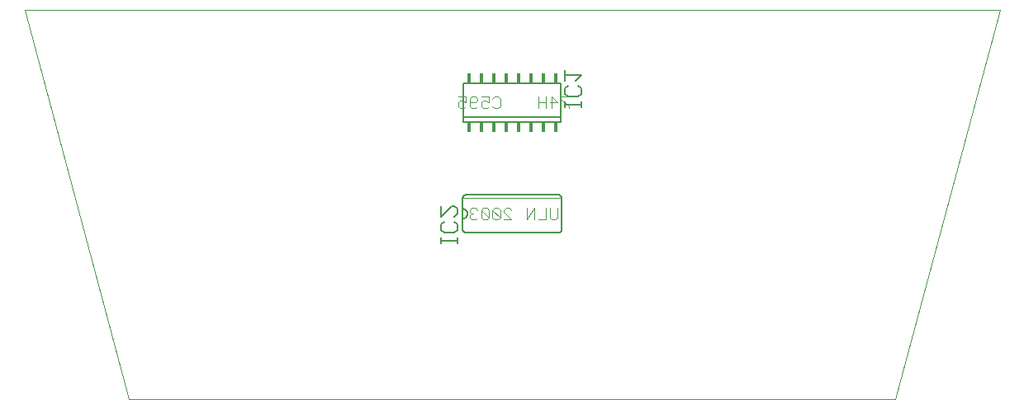
<source format=gbo>
G75*
%MOIN*%
%OFA0B0*%
%FSLAX24Y24*%
%IPPOS*%
%LPD*%
%AMOC8*
5,1,8,0,0,1.08239X$1,22.5*
%
%ADD10C,0.0000*%
%ADD11C,0.0060*%
%ADD12C,0.0040*%
%ADD13C,0.0050*%
%ADD14R,0.0157X0.0394*%
%ADD15C,0.0020*%
D10*
X015374Y006799D02*
X011142Y022547D01*
X050512Y022547D01*
X046280Y006799D01*
X015374Y006799D01*
D11*
X027972Y013110D02*
X027972Y013324D01*
X027972Y013217D02*
X028613Y013217D01*
X028613Y013110D02*
X028613Y013324D01*
X028506Y013540D02*
X028079Y013540D01*
X027972Y013646D01*
X027972Y013860D01*
X028079Y013967D01*
X027972Y014184D02*
X028399Y014611D01*
X028506Y014611D01*
X028613Y014505D01*
X028613Y014291D01*
X028506Y014184D01*
X028506Y013967D02*
X028613Y013860D01*
X028613Y013646D01*
X028506Y013540D01*
X028827Y013679D02*
X028827Y014919D01*
X028829Y014942D01*
X028834Y014965D01*
X028843Y014987D01*
X028856Y015007D01*
X028871Y015025D01*
X028889Y015040D01*
X028909Y015053D01*
X028931Y015062D01*
X028954Y015067D01*
X028977Y015069D01*
X032677Y015069D01*
X032700Y015067D01*
X032723Y015062D01*
X032745Y015053D01*
X032765Y015040D01*
X032783Y015025D01*
X032798Y015007D01*
X032811Y014987D01*
X032820Y014965D01*
X032825Y014942D01*
X032827Y014919D01*
X032827Y013679D01*
X032825Y013656D01*
X032820Y013633D01*
X032811Y013611D01*
X032798Y013591D01*
X032783Y013573D01*
X032765Y013558D01*
X032745Y013545D01*
X032723Y013536D01*
X032700Y013531D01*
X032677Y013529D01*
X028977Y013529D01*
X028954Y013531D01*
X028931Y013536D01*
X028909Y013545D01*
X028889Y013558D01*
X028871Y013573D01*
X028856Y013591D01*
X028843Y013611D01*
X028834Y013633D01*
X028829Y013656D01*
X028827Y013679D01*
X028827Y014099D02*
X028854Y014101D01*
X028881Y014106D01*
X028907Y014116D01*
X028931Y014128D01*
X028953Y014144D01*
X028973Y014162D01*
X028990Y014184D01*
X029005Y014207D01*
X029015Y014232D01*
X029023Y014258D01*
X029027Y014285D01*
X029027Y014313D01*
X029023Y014340D01*
X029015Y014366D01*
X029005Y014391D01*
X028990Y014414D01*
X028973Y014436D01*
X028953Y014454D01*
X028931Y014470D01*
X028907Y014482D01*
X028881Y014492D01*
X028854Y014497D01*
X028827Y014499D01*
X027972Y014611D02*
X027972Y014184D01*
X032972Y018610D02*
X032972Y018824D01*
X032972Y018717D02*
X033613Y018717D01*
X033613Y018610D02*
X033613Y018824D01*
X033506Y019040D02*
X033079Y019040D01*
X032972Y019146D01*
X032972Y019360D01*
X033079Y019467D01*
X032972Y019684D02*
X032972Y020111D01*
X032972Y019898D02*
X033613Y019898D01*
X033399Y019684D01*
X033506Y019467D02*
X033613Y019360D01*
X033613Y019146D01*
X033506Y019040D01*
D12*
X033109Y019029D02*
X032802Y019029D01*
X032802Y018952D01*
X033109Y018646D01*
X033109Y018569D01*
X032649Y018799D02*
X032418Y019029D01*
X032418Y018569D01*
X032188Y018569D02*
X032188Y019029D01*
X032188Y018799D02*
X031881Y018799D01*
X031881Y019029D02*
X031881Y018569D01*
X032342Y018799D02*
X032649Y018799D01*
X030347Y018646D02*
X030270Y018569D01*
X030116Y018569D01*
X030040Y018646D01*
X029886Y018646D02*
X029810Y018569D01*
X029656Y018569D01*
X029579Y018646D01*
X029579Y018799D01*
X029656Y018876D01*
X029733Y018876D01*
X029886Y018799D01*
X029886Y019029D01*
X029579Y019029D01*
X029426Y018952D02*
X029426Y018876D01*
X029349Y018799D01*
X029119Y018799D01*
X029119Y018646D02*
X029119Y018952D01*
X029196Y019029D01*
X029349Y019029D01*
X029426Y018952D01*
X029426Y018646D02*
X029349Y018569D01*
X029196Y018569D01*
X029119Y018646D01*
X028965Y018646D02*
X028889Y018569D01*
X028735Y018569D01*
X028659Y018646D01*
X028659Y018799D01*
X028735Y018876D01*
X028812Y018876D01*
X028965Y018799D01*
X028965Y019029D01*
X028659Y019029D01*
X030040Y018952D02*
X030116Y019029D01*
X030270Y019029D01*
X030347Y018952D01*
X030347Y018646D01*
X030270Y014529D02*
X030116Y014529D01*
X030040Y014452D01*
X030347Y014146D01*
X030270Y014069D01*
X030116Y014069D01*
X030040Y014146D01*
X030040Y014452D01*
X029886Y014452D02*
X029810Y014529D01*
X029656Y014529D01*
X029579Y014452D01*
X029886Y014146D01*
X029810Y014069D01*
X029656Y014069D01*
X029579Y014146D01*
X029579Y014452D01*
X029426Y014452D02*
X029349Y014529D01*
X029196Y014529D01*
X029119Y014452D01*
X029119Y014376D01*
X029196Y014299D01*
X029119Y014222D01*
X029119Y014146D01*
X029196Y014069D01*
X029349Y014069D01*
X029426Y014146D01*
X029272Y014299D02*
X029196Y014299D01*
X029886Y014146D02*
X029886Y014452D01*
X030270Y014529D02*
X030347Y014452D01*
X030347Y014146D01*
X030500Y014069D02*
X030807Y014069D01*
X030500Y014376D01*
X030500Y014452D01*
X030577Y014529D01*
X030730Y014529D01*
X030807Y014452D01*
X031421Y014529D02*
X031421Y014069D01*
X031728Y014529D01*
X031728Y014069D01*
X031881Y014069D02*
X032188Y014069D01*
X032188Y014529D01*
X032342Y014529D02*
X032342Y014146D01*
X032418Y014069D01*
X032572Y014069D01*
X032649Y014146D01*
X032649Y014529D01*
D13*
X032796Y018011D02*
X028859Y018011D01*
X028859Y018208D01*
X032796Y018208D01*
X032796Y019586D01*
X028859Y019586D01*
X028859Y018208D01*
X032796Y018208D02*
X032796Y018011D01*
D14*
X032577Y017815D03*
X032077Y017815D03*
X031577Y017815D03*
X031077Y017815D03*
X030577Y017815D03*
X030077Y017815D03*
X029577Y017815D03*
X029077Y017815D03*
X029077Y019783D03*
X029577Y019783D03*
X030077Y019783D03*
X030577Y019783D03*
X031077Y019783D03*
X031577Y019783D03*
X032077Y019783D03*
X032577Y019783D03*
D15*
X032827Y014929D02*
X028827Y014929D01*
M02*

</source>
